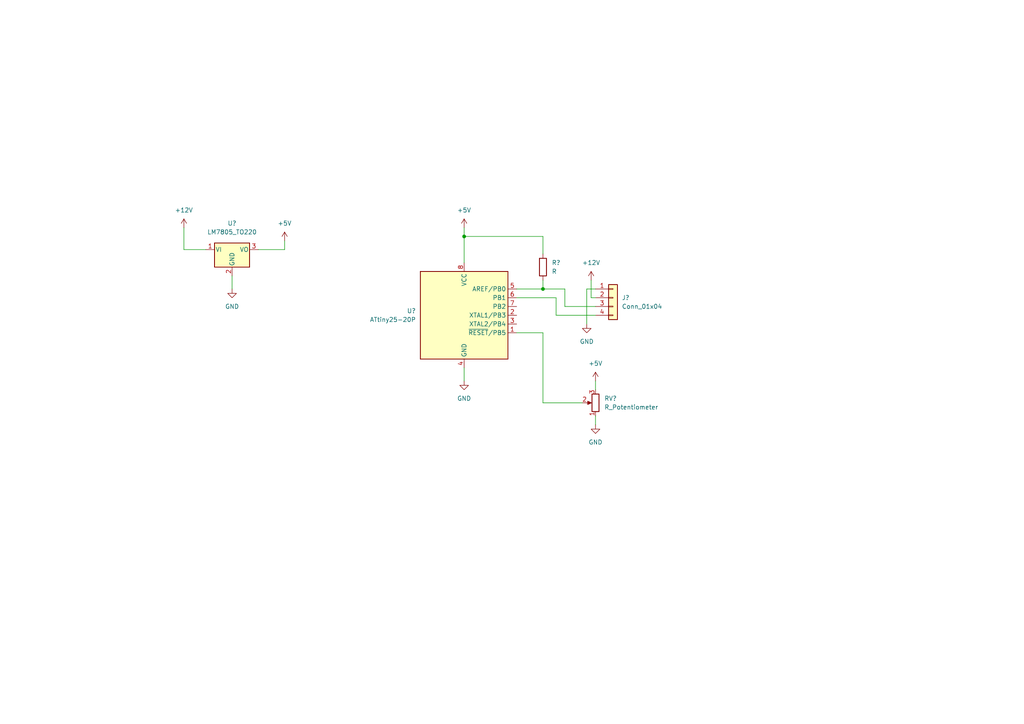
<source format=kicad_sch>
(kicad_sch (version 20211123) (generator eeschema)
  (paper "A4")
  (lib_symbols
    (symbol "Connector_Generic:Conn_01x04" (pin_names (offset 1.016) hide)
      (property "Reference" "J" (at 0 5.08 0))
      (property "Value" "Conn_01x04" (at 0 -7.62 0))
      (symbol "Conn_01x04_1_1"
        (rectangle (start -1.27 -4.953) (end 0 -5.207) (stroke (width 0.1524)))
        (rectangle (start -1.27 -2.413) (end 0 -2.667) (stroke (width 0.1524)))
        (rectangle (start -1.27 0.127) (end 0 -0.127) (stroke (width 0.1524)))
        (rectangle (start -1.27 2.667) (end 0 2.413) (stroke (width 0.1524)))
        (rectangle (start -1.27 3.81) (end 1.27 -6.35) (stroke (width 0.254)) (fill (type background)))
        (pin passive line (at -5.08 2.54 0) (length 3.81) (name "Pin_1") (number "1"))
        (pin passive line (at -5.08 0 0) (length 3.81) (name "Pin_2") (number "2"))
        (pin passive line (at -5.08 -2.54 0) (length 3.81) (name "Pin_3") (number "3"))
        (pin passive line (at -5.08 -5.08 0) (length 3.81) (name "Pin_4") (number "4"))
      )
    )
    (symbol "Device:R" (pin_numbers hide) (pin_names (offset 0))
      (property "Reference" "R" (at 2.032 0 90))
      (property "Value" "R" (at 0 0 90))
      (symbol "R_0_1"
        (rectangle (start -1.016 -2.54) (end 1.016 2.54) (stroke (width 0.254)))
      )
      (symbol "R_1_1"
        (pin passive line (at 0 3.81 270) (length 1.27) (name "~") (number "1"))
        (pin passive line (at 0 -3.81 90) (length 1.27) (name "~") (number "2"))
      )
    )
    (symbol "Device:R_Potentiometer" (pin_names (offset 1.016) hide)
      (property "Reference" "RV" (at -4.445 0 90))
      (property "Value" "R_Potentiometer" (at -2.54 0 90))
      (symbol "R_Potentiometer_0_1"
        (polyline (pts (xy 2.54 0) (xy 1.524 0)))
        (polyline (pts (xy 1.143 0) (xy 2.286 0.508) (xy 2.286 -0.508) (xy 1.143 0)) (fill (type outline)))
        (rectangle (start 1.016 2.54) (end -1.016 -2.54) (stroke (width 0.254)))
      )
      (symbol "R_Potentiometer_1_1"
        (pin passive line (at 0 3.81 270) (length 1.27) (name "1") (number "1"))
        (pin passive line (at 3.81 0 180) (length 1.27) (name "2") (number "2"))
        (pin passive line (at 0 -3.81 90) (length 1.27) (name "3") (number "3"))
      )
    )
    (symbol "MCU_Microchip_ATtiny:ATtiny25-20P"
      (property "Reference" "U" (at -12.7 13.97 0))
      (property "Value" "ATtiny25-20P" (at 2.54 -13.97 0))
      (symbol "ATtiny25-20P_0_1"
        (rectangle (start -12.7 -12.7) (end 12.7 12.7) (stroke (width 0.254)) (fill (type background)))
      )
      (symbol "ATtiny25-20P_1_1"
        (pin bidirectional line (at 15.24 -5.08 180) (length 2.54) (name "~{RESET}/PB5") (number "1"))
        (pin bidirectional line (at 15.24 0 180) (length 2.54) (name "XTAL1/PB3") (number "2"))
        (pin bidirectional line (at 15.24 -2.54 180) (length 2.54) (name "XTAL2/PB4") (number "3"))
        (pin power_in line (at 0 -15.24 90) (length 2.54) (name "GND") (number "4"))
        (pin bidirectional line (at 15.24 7.62 180) (length 2.54) (name "AREF/PB0") (number "5"))
        (pin bidirectional line (at 15.24 5.08 180) (length 2.54) (name "PB1") (number "6"))
        (pin bidirectional line (at 15.24 2.54 180) (length 2.54) (name "PB2") (number "7"))
        (pin power_in line (at 0 15.24 270) (length 2.54) (name "VCC") (number "8"))
      )
    )
    (symbol "Regulator_Linear:LM7805_TO220" (pin_names (offset 0.254))
      (property "Reference" "U" (at -3.81 3.175 0))
      (property "Value" "LM7805_TO220" (at 0 3.175 0))
      (symbol "LM7805_TO220_0_1"
        (rectangle (start -5.08 1.905) (end 5.08 -5.08) (stroke (width 0.254)) (fill (type background)))
      )
      (symbol "LM7805_TO220_1_1"
        (pin power_in line (at -7.62 0 0) (length 2.54) (name "VI") (number "1"))
        (pin power_in line (at 0 -7.62 90) (length 2.54) (name "GND") (number "2"))
        (pin power_out line (at 7.62 0 180) (length 2.54) (name "VO") (number "3"))
      )
    )
    (symbol "power:+12V" (power) (pin_names (offset 0))
      (property "Value" "+12V" (at 0 3.556 0))
      (symbol "+12V_0_1"
        (polyline (pts (xy -0.762 1.27) (xy 0 2.54)))
        (polyline (pts (xy 0 0) (xy 0 2.54)))
        (polyline (pts (xy 0 2.54) (xy 0.762 1.27)))
      )
      (symbol "+12V_1_1"
        (pin power_in line (at 0 0 90) (length 0) hide (name "+12V") (number "1"))
      )
    )
    (symbol "power:+5V" (power) (pin_names (offset 0))
      (property "Value" "+5V" (at 0 3.556 0))
      (symbol "+5V_0_1"
        (polyline (pts (xy -0.762 1.27) (xy 0 2.54)))
        (polyline (pts (xy 0 0) (xy 0 2.54)))
        (polyline (pts (xy 0 2.54) (xy 0.762 1.27)))
      )
      (symbol "+5V_1_1"
        (pin power_in line (at 0 0 90) (length 0) hide (name "+5V") (number "1"))
      )
    )
    (symbol "power:GND" (power) (pin_names (offset 0))
      (property "Value" "GND" (at 0 -3.81 0))
      (symbol "GND_0_1"
        (polyline (pts (xy 0 0) (xy 0 -1.27) (xy 1.27 -1.27) (xy 0 -2.54) (xy -1.27 -1.27) (xy 0 -1.27)))
      )
      (symbol "GND_1_1"
        (pin power_in line (at 0 0 270) (length 0) hide (name "GND") (number "1"))
      )
    )
  )
  (junction (at 134.62 68.58))
  (junction (at 157.48 83.82))
  (wire (pts (xy 149.86 96.52) (xy 157.48 96.52)))
  (wire (pts (xy 134.62 68.58) (xy 134.62 66.04)))
  (wire (pts (xy 168.91 116.84) (xy 157.48 116.84)))
  (wire (pts (xy 172.72 91.44) (xy 161.29 91.44)))
  (wire (pts (xy 157.48 83.82) (xy 163.83 83.82)))
  (wire (pts (xy 82.55 72.39) (xy 82.55 69.85)))
  (wire (pts (xy 172.72 120.65) (xy 172.72 123.19)))
  (wire (pts (xy 74.93 72.39) (xy 82.55 72.39)))
  (wire (pts (xy 149.86 86.36) (xy 161.29 86.36)))
  (wire (pts (xy 59.69 72.39) (xy 53.34 72.39)))
  (wire (pts (xy 134.62 106.68) (xy 134.62 110.49)))
  (wire (pts (xy 134.62 76.2) (xy 134.62 68.58)))
  (wire (pts (xy 170.18 83.82) (xy 170.18 93.98)))
  (wire (pts (xy 157.48 68.58) (xy 157.48 73.66)))
  (wire (pts (xy 163.83 88.9) (xy 172.72 88.9)))
  (wire (pts (xy 157.48 81.28) (xy 157.48 83.82)))
  (wire (pts (xy 171.45 81.28) (xy 171.45 86.36)))
  (wire (pts (xy 67.31 80.01) (xy 67.31 83.82)))
  (wire (pts (xy 134.62 68.58) (xy 157.48 68.58)))
  (wire (pts (xy 149.86 83.82) (xy 157.48 83.82)))
  (wire (pts (xy 157.48 116.84) (xy 157.48 96.52)))
  (wire (pts (xy 172.72 83.82) (xy 170.18 83.82)))
  (wire (pts (xy 161.29 86.36) (xy 161.29 91.44)))
  (wire (pts (xy 53.34 72.39) (xy 53.34 66.04)))
  (wire (pts (xy 171.45 86.36) (xy 172.72 86.36)))
  (wire (pts (xy 163.83 83.82) (xy 163.83 88.9)))
  (wire (pts (xy 172.72 110.49) (xy 172.72 113.03)))
  (symbol (lib_id "Connector_Generic:Conn_01x04") (at 177.8 86.36 0) (unit 1)
    (property "Reference" "J?" (at 180.34 86.3599 0) (effects (justify left)))
    (property "Value" "Conn_01x04" (at 180.34 88.8999 0) (effects (justify left)))
  )
  (symbol (lib_id "Device:R_Potentiometer") (at 172.72 116.84 180) (unit 1)
    (property "Reference" "RV?" (at 175.26 115.5699 0) (effects (justify right)))
    (property "Value" "R_Potentiometer" (at 175.26 118.1099 0) (effects (justify right)))
  )
  (symbol (lib_id "power:+5V") (at 134.62 66.04 0) (unit 1)
    (property "Reference" "#PWR?" (effects hide))
    (property "Value" "+5V" (at 134.62 60.96 0))
  )
  (symbol (lib_id "power:+12V") (at 53.34 66.04 0) (unit 1)
    (property "Reference" "#PWR?" (effects hide))
    (property "Value" "+12V" (at 53.34 60.96 0))
  )
  (symbol (lib_id "power:GND") (at 67.31 83.82 0) (unit 1)
    (property "Reference" "#PWR?" (effects hide))
    (property "Value" "GND" (at 67.31 88.9 0))
  )
  (symbol (lib_id "Regulator_Linear:LM7805_TO220") (at 67.31 72.39 0) (unit 1)
    (property "Reference" "U?" (at 67.31 64.77 0))
    (property "Value" "LM7805_TO220" (at 67.31 67.31 0))
    (property "Footprint" "Package_TO_SOT_THT:TO-220-3_Vertical" (effects hide))
    (property "Datasheet" "https://www.onsemi.cn/PowerSolutions/document/MC7800-D.PDF" (effects hide))
  )
  (symbol (lib_id "power:GND") (at 172.72 123.19 0) (unit 1)
    (property "Reference" "#PWR?" (effects hide))
    (property "Value" "GND" (at 172.72 128.27 0))
  )
  (symbol (lib_id "power:+12V") (at 171.45 81.28 0) (unit 1)
    (property "Reference" "#PWR?" (effects hide))
    (property "Value" "+12V" (at 171.45 76.2 0))
  )
  (symbol (lib_id "power:GND") (at 134.62 110.49 0) (unit 1)
    (property "Reference" "#PWR?" (effects hide))
    (property "Value" "GND" (at 134.62 115.57 0))
  )
  (symbol (lib_id "power:+5V") (at 82.55 69.85 0) (unit 1)
    (property "Reference" "#PWR?" (effects hide))
    (property "Value" "+5V" (at 82.55 64.77 0))
  )
  (symbol (lib_id "power:+5V") (at 172.72 110.49 0) (unit 1)
    (property "Reference" "#PWR?" (effects hide))
    (property "Value" "+5V" (at 172.72 105.41 0))
  )
  (symbol (lib_id "power:GND") (at 170.18 93.98 0) (unit 1)
    (property "Reference" "#PWR?" (effects hide))
    (property "Value" "GND" (at 170.18 99.06 0))
  )
  (symbol (lib_id "Device:R") (at 157.48 77.47 0) (unit 1)
    (property "Reference" "R?" (at 160.02 76.1999 0) (effects (justify left)))
    (property "Value" "R" (at 160.02 78.7399 0) (effects (justify left)))
  )
  (symbol (lib_id "MCU_Microchip_ATtiny:ATtiny25-20P") (at 134.62 91.44 0) (unit 1)
    (property "Reference" "U?" (at 120.65 90.1699 0) (effects (justify right)))
    (property "Value" "ATtiny25-20P" (at 120.65 92.7099 0) (effects (justify right)))
    (property "Footprint" "Package_DIP:DIP-8_W7.62mm" (effects hide))
    (property "Datasheet" "http://ww1.microchip.com/downloads/en/DeviceDoc/atmel-2586-avr-8-bit-microcontroller-attiny25-attiny45-attiny85_datasheet.pdf" (effects hide))
  )
)
</source>
